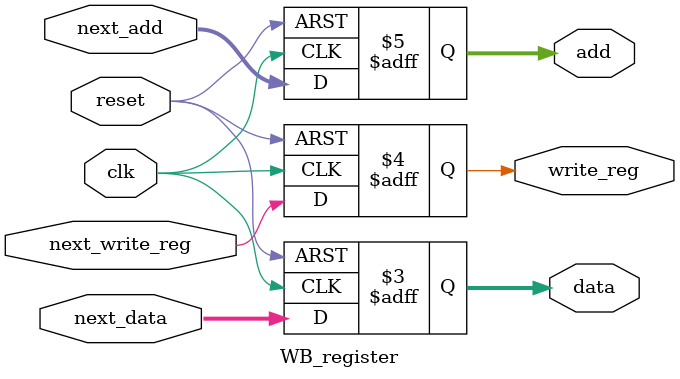
<source format=v>
module WB_register(
  input [31:0] next_data,
  input next_write_reg,
  input [4:0] next_add,
  input clk,reset,
  output  reg [31:0] data,
  output  reg write_reg,
  output  reg [4:0] add 
);
  always @(posedge clk or negedge reset) begin
    if(reset == 1'b0) begin
      data <= 0;
      write_reg <= 0;
		add <= 0;
    end
    else begin
      data <= next_data;
      write_reg <= next_write_reg;
		add <= next_add;
    end
  end
endmodule
</source>
